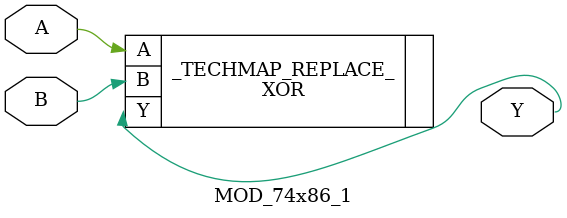
<source format=v>
module MOD_74x86_1 (A, B, Y);

parameter A_SIGNED = 0;
parameter B_SIGNED = 0;
parameter A_WIDTH = 0;
parameter B_WIDTH = 0;
parameter Y_WIDTH = 0;

input A;
input B;
output Y;

XOR _TECHMAP_REPLACE_(.A(A), .B(B), .Y(Y));

endmodule
</source>
